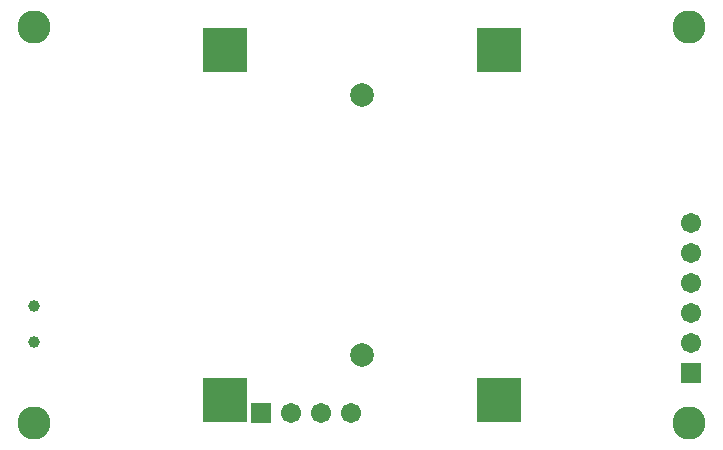
<source format=gbs>
G04 Layer_Color=16711935*
%FSLAX25Y25*%
%MOIN*%
G70*
G01*
G75*
%ADD64C,0.11036*%
%ADD65R,0.06706X0.06706*%
%ADD66C,0.06706*%
%ADD67R,0.06706X0.06706*%
%ADD68C,0.07887*%
%ADD69C,0.03950*%
%ADD70R,0.14973X0.14973*%
D64*
X227362Y140748D02*
D03*
X8858D02*
D03*
Y8858D02*
D03*
X227362D02*
D03*
D65*
X227953Y25591D02*
D03*
D66*
Y35591D02*
D03*
Y45591D02*
D03*
Y55590D02*
D03*
Y65591D02*
D03*
Y75590D02*
D03*
X94646Y12205D02*
D03*
X104646D02*
D03*
X114646D02*
D03*
D67*
X84646D02*
D03*
D68*
X118110Y118110D02*
D03*
Y31496D02*
D03*
D69*
X8858Y47638D02*
D03*
Y35827D02*
D03*
D70*
X163779Y133071D02*
D03*
Y16535D02*
D03*
X72441Y133071D02*
D03*
Y16535D02*
D03*
M02*

</source>
